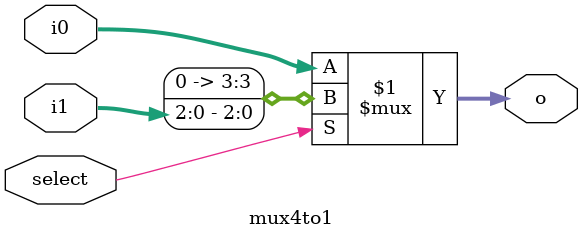
<source format=v>
module top_module (
    input clk,
    input reset,
    input [3:0] a,
    input [3:0] b,
    input ctrl,
    output [3:0] out_adder,
    output [2:0] out_comparator
);

wire [3:0] adder_output;
wire [2:0] comparator_output;
wire [3:0] mux_output;

// Instantiate adder module
adder adder_inst (
    .a(a),
    .b(b),
    .sum(adder_output)
);

// Instantiate comparator module
comparator comparator_inst (
    .a(a),
    .b(b),
    .result(comparator_output)
);

// Instantiate multiplexer module
mux4to1 mux_inst (
    .select(ctrl),
    .i0(adder_output),
    .i1(comparator_output),
    .o(mux_output)
);

assign out_adder = mux_output[3:0];
assign out_comparator = mux_output[2:0];

endmodule

module adder (
    input [3:0] a,
    input [3:0] b,
    output [3:0] sum
);
    assign sum = a + b;
endmodule

module comparator (
    input [3:0] a,
    input [3:0] b,
    output [2:0] result
);
    assign result = (a > b) ? 3'b100 : (a == b) ? 3'b010 : 3'b001;
endmodule

module mux4to1 (
    input select,
    input [3:0] i0,
    input [2:0] i1,
    output [3:0] o
);
    assign o = select ? {1'b0, i1} : i0;
endmodule
</source>
